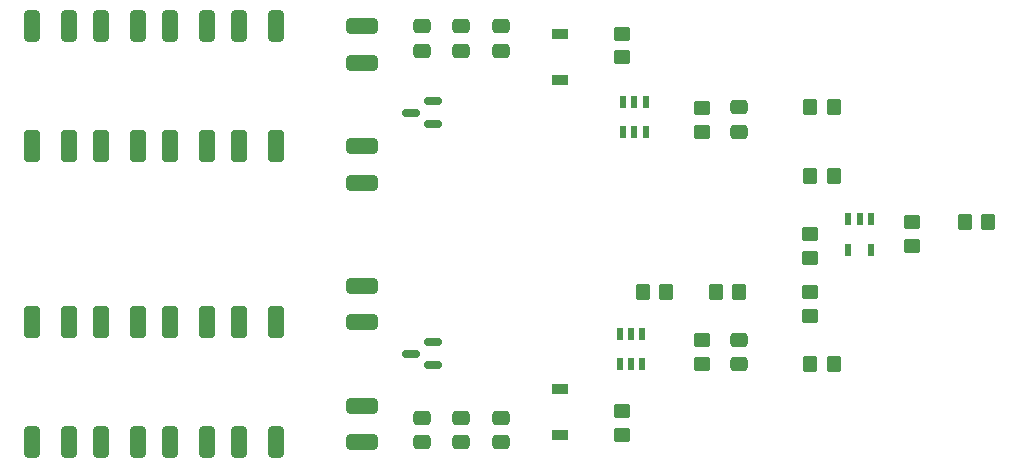
<source format=gbr>
%TF.GenerationSoftware,KiCad,Pcbnew,(7.0.0)*%
%TF.CreationDate,2023-07-09T18:50:50+02:00*%
%TF.ProjectId,Differential_Probe,44696666-6572-4656-9e74-69616c5f5072,rev?*%
%TF.SameCoordinates,Original*%
%TF.FileFunction,Paste,Top*%
%TF.FilePolarity,Positive*%
%FSLAX46Y46*%
G04 Gerber Fmt 4.6, Leading zero omitted, Abs format (unit mm)*
G04 Created by KiCad (PCBNEW (7.0.0)) date 2023-07-09 18:50:50*
%MOMM*%
%LPD*%
G01*
G04 APERTURE LIST*
G04 Aperture macros list*
%AMRoundRect*
0 Rectangle with rounded corners*
0 $1 Rounding radius*
0 $2 $3 $4 $5 $6 $7 $8 $9 X,Y pos of 4 corners*
0 Add a 4 corners polygon primitive as box body*
4,1,4,$2,$3,$4,$5,$6,$7,$8,$9,$2,$3,0*
0 Add four circle primitives for the rounded corners*
1,1,$1+$1,$2,$3*
1,1,$1+$1,$4,$5*
1,1,$1+$1,$6,$7*
1,1,$1+$1,$8,$9*
0 Add four rect primitives between the rounded corners*
20,1,$1+$1,$2,$3,$4,$5,0*
20,1,$1+$1,$4,$5,$6,$7,0*
20,1,$1+$1,$6,$7,$8,$9,0*
20,1,$1+$1,$8,$9,$2,$3,0*%
G04 Aperture macros list end*
%ADD10RoundRect,0.250000X-1.075000X0.400000X-1.075000X-0.400000X1.075000X-0.400000X1.075000X0.400000X0*%
%ADD11RoundRect,0.250000X-0.475000X0.337500X-0.475000X-0.337500X0.475000X-0.337500X0.475000X0.337500X0*%
%ADD12RoundRect,0.250000X-0.350000X-0.450000X0.350000X-0.450000X0.350000X0.450000X-0.350000X0.450000X0*%
%ADD13RoundRect,0.250000X-0.400000X-1.075000X0.400000X-1.075000X0.400000X1.075000X-0.400000X1.075000X0*%
%ADD14R,0.550000X1.050000*%
%ADD15RoundRect,0.250000X-0.412500X-1.100000X0.412500X-1.100000X0.412500X1.100000X-0.412500X1.100000X0*%
%ADD16RoundRect,0.250000X-0.450000X0.350000X-0.450000X-0.350000X0.450000X-0.350000X0.450000X0.350000X0*%
%ADD17RoundRect,0.150000X0.587500X0.150000X-0.587500X0.150000X-0.587500X-0.150000X0.587500X-0.150000X0*%
%ADD18R,1.400000X0.850000*%
%ADD19RoundRect,0.250000X0.350000X0.450000X-0.350000X0.450000X-0.350000X-0.450000X0.350000X-0.450000X0*%
%ADD20RoundRect,0.250000X0.450000X-0.350000X0.450000X0.350000X-0.450000X0.350000X-0.450000X-0.350000X0*%
G04 APERTURE END LIST*
D10*
%TO.C,R6*%
X151600000Y-82460000D03*
X151600000Y-85560000D03*
%TD*%
D11*
%TO.C,C10*%
X160000000Y-72300000D03*
X160000000Y-74375000D03*
%TD*%
D12*
%TO.C,R27*%
X202650000Y-88900000D03*
X204650000Y-88900000D03*
%TD*%
D13*
%TO.C,R12*%
X141200000Y-107502150D03*
X144300000Y-107502150D03*
%TD*%
D10*
%TO.C,R5*%
X151600000Y-72300000D03*
X151600000Y-75400000D03*
%TD*%
D14*
%TO.C,IC3*%
X194699999Y-88599999D03*
X193749999Y-88599999D03*
X192799999Y-88599999D03*
X192799999Y-91199999D03*
X194699999Y-91199999D03*
%TD*%
D11*
%TO.C,C12*%
X156700000Y-105427150D03*
X156700000Y-107502150D03*
%TD*%
D14*
%TO.C,IC1*%
X175624999Y-78674999D03*
X174674999Y-78674999D03*
X173724999Y-78674999D03*
X173724999Y-81274999D03*
X174674999Y-81274999D03*
X175624999Y-81274999D03*
%TD*%
D13*
%TO.C,R2*%
X129533333Y-72300000D03*
X132633333Y-72300000D03*
%TD*%
D15*
%TO.C,C7*%
X135354166Y-97342150D03*
X138479166Y-97342150D03*
%TD*%
D16*
%TO.C,R18*%
X189550000Y-89900000D03*
X189550000Y-91900000D03*
%TD*%
%TO.C,R16*%
X180400000Y-98850000D03*
X180400000Y-100850000D03*
%TD*%
D15*
%TO.C,C3*%
X135354166Y-82460000D03*
X138479166Y-82460000D03*
%TD*%
D11*
%TO.C,C9*%
X156700000Y-72300000D03*
X156700000Y-74375000D03*
%TD*%
%TO.C,C13*%
X160000000Y-105427150D03*
X160000000Y-107502150D03*
%TD*%
D17*
%TO.C,D2*%
X157637500Y-100950000D03*
X157637500Y-99050000D03*
X155762500Y-100000000D03*
%TD*%
D18*
%TO.C,C15*%
X168349999Y-72907499D03*
X168349999Y-76807499D03*
%TD*%
D13*
%TO.C,R9*%
X123700000Y-107502150D03*
X126800000Y-107502150D03*
%TD*%
D17*
%TO.C,D1*%
X157637500Y-80550000D03*
X157637500Y-78650000D03*
X155762500Y-79600000D03*
%TD*%
D10*
%TO.C,R8*%
X151600000Y-104402150D03*
X151600000Y-107502150D03*
%TD*%
D12*
%TO.C,R21*%
X189550000Y-79162500D03*
X191550000Y-79162500D03*
%TD*%
D16*
%TO.C,R24*%
X198200000Y-88900000D03*
X198200000Y-90900000D03*
%TD*%
D15*
%TO.C,C8*%
X141175000Y-97342150D03*
X144300000Y-97342150D03*
%TD*%
D13*
%TO.C,R3*%
X135366666Y-72300000D03*
X138466666Y-72300000D03*
%TD*%
D11*
%TO.C,C14*%
X163400000Y-105427150D03*
X163400000Y-107502150D03*
%TD*%
%TO.C,C11*%
X163400000Y-72300000D03*
X163400000Y-74375000D03*
%TD*%
D10*
%TO.C,R7*%
X151600000Y-94242150D03*
X151600000Y-97342150D03*
%TD*%
D11*
%TO.C,C17*%
X183550000Y-79162500D03*
X183550000Y-81237500D03*
%TD*%
%TO.C,C18*%
X183550000Y-98812500D03*
X183550000Y-100887500D03*
%TD*%
D18*
%TO.C,C16*%
X168349999Y-102994649D03*
X168349999Y-106894649D03*
%TD*%
D19*
%TO.C,R23*%
X191550000Y-84950000D03*
X189550000Y-84950000D03*
%TD*%
D16*
%TO.C,R13*%
X173650000Y-72907500D03*
X173650000Y-74907500D03*
%TD*%
D19*
%TO.C,R22*%
X191550000Y-100887500D03*
X189550000Y-100887500D03*
%TD*%
D15*
%TO.C,C6*%
X129520833Y-97342150D03*
X132645833Y-97342150D03*
%TD*%
%TO.C,C5*%
X123687500Y-97342150D03*
X126812500Y-97342150D03*
%TD*%
D12*
%TO.C,R17*%
X175369500Y-94800000D03*
X177369500Y-94800000D03*
%TD*%
D20*
%TO.C,R14*%
X173650000Y-106894650D03*
X173650000Y-104894650D03*
%TD*%
D16*
%TO.C,R15*%
X180400000Y-79200000D03*
X180400000Y-81200000D03*
%TD*%
D13*
%TO.C,R10*%
X129533333Y-107502150D03*
X132633333Y-107502150D03*
%TD*%
D15*
%TO.C,C1*%
X123687500Y-82460000D03*
X126812500Y-82460000D03*
%TD*%
%TO.C,C4*%
X141175000Y-82460000D03*
X144300000Y-82460000D03*
%TD*%
D13*
%TO.C,R4*%
X141200000Y-72300000D03*
X144300000Y-72300000D03*
%TD*%
D16*
%TO.C,R19*%
X189550000Y-94800000D03*
X189550000Y-96800000D03*
%TD*%
D12*
%TO.C,R20*%
X181550000Y-94800000D03*
X183550000Y-94800000D03*
%TD*%
D15*
%TO.C,C2*%
X129520833Y-82460000D03*
X132645833Y-82460000D03*
%TD*%
D14*
%TO.C,IC2*%
X173449999Y-100924999D03*
X174399999Y-100924999D03*
X175349999Y-100924999D03*
X175349999Y-98324999D03*
X174399999Y-98324999D03*
X173449999Y-98324999D03*
%TD*%
D13*
%TO.C,R1*%
X123700000Y-72300000D03*
X126800000Y-72300000D03*
%TD*%
%TO.C,R11*%
X135366666Y-107502150D03*
X138466666Y-107502150D03*
%TD*%
M02*

</source>
